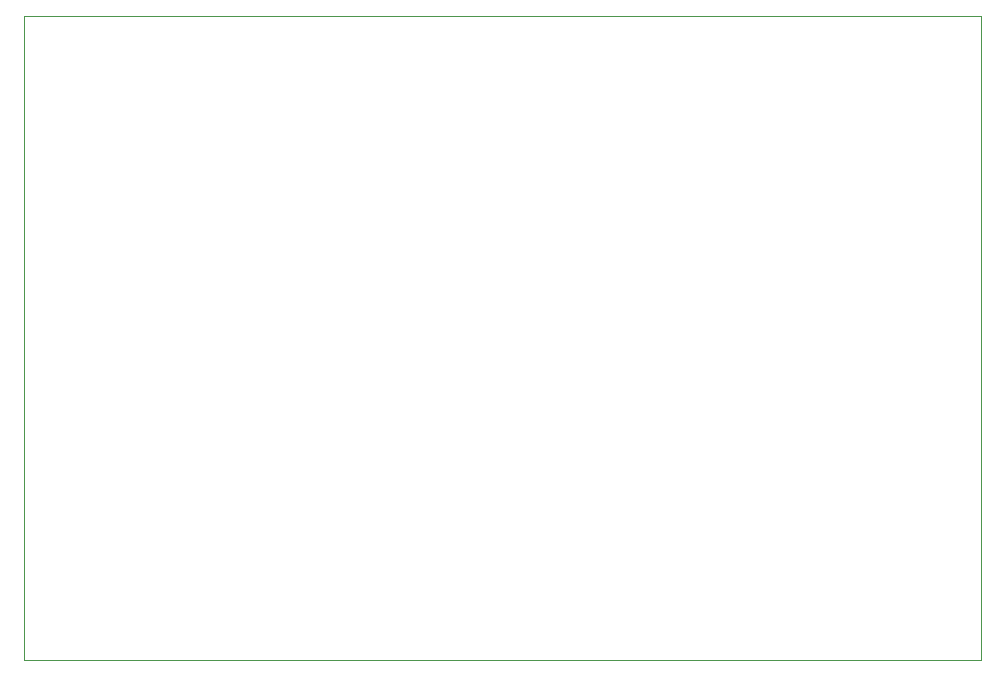
<source format=gm1>
%TF.GenerationSoftware,KiCad,Pcbnew,9.0.6*%
%TF.CreationDate,2025-12-30T13:00:46-07:00*%
%TF.ProjectId,MainBoard,4d61696e-426f-4617-9264-2e6b69636164,rev?*%
%TF.SameCoordinates,Original*%
%TF.FileFunction,Profile,NP*%
%FSLAX46Y46*%
G04 Gerber Fmt 4.6, Leading zero omitted, Abs format (unit mm)*
G04 Created by KiCad (PCBNEW 9.0.6) date 2025-12-30 13:00:46*
%MOMM*%
%LPD*%
G01*
G04 APERTURE LIST*
%TA.AperFunction,Profile*%
%ADD10C,0.050000*%
%TD*%
G04 APERTURE END LIST*
D10*
X109342760Y-79500000D02*
X190342760Y-79500000D01*
X190342760Y-134000000D01*
X109342760Y-134000000D01*
X109342760Y-79500000D01*
M02*

</source>
